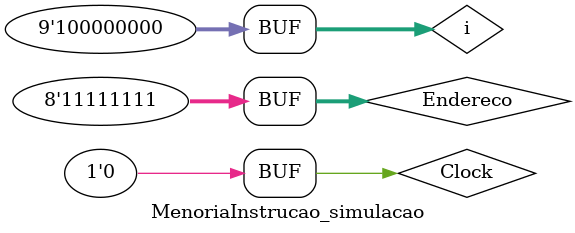
<source format=v>
module MenoriaInstrucao (Endereco, Instrucao, Clock);

  input [7:0] Endereco;
  input Clock;
  output reg [7:0] Instrucao;

  reg [7:0] Instrucoes [255:0];

  reg [8:0] i;

  initial begin
    for(i = 0; i < 256; i = i + 1) begin
      Instrucoes[i] <= 255 - i;
    end
  end

  always @(negedge Clock) begin
    Instrucao <= Instrucoes[Endereco];
  end

endmodule

module MenoriaInstrucao_simulacao;

  reg [7:0] Endereco;
  reg Clock;
  wire [7:0] Instrucao;

  reg [8:0] i;
  
  initial begin
    Clock = 0;
  end

  initial begin
    $monitor("Time=%0d Endereco=%b Instrucao=%b Clock=%b",
    $time, Endereco, Instrucao, Clock);
  end

  always begin
    #1 Clock <= 1;
    #1 Clock <= 0;
  end

  always begin

    for(i = 0; i < 256; i = i + 1) begin
      #2 Endereco <= i;
    end

  end

  MenoriaInstrucao MenoriaInstrucao1(Endereco, Instrucao, Clock);

endmodule
</source>
